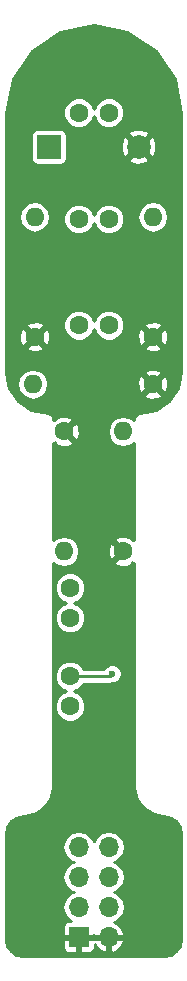
<source format=gbl>
G04 #@! TF.FileFunction,Copper,L2,Bot,Signal*
%FSLAX46Y46*%
G04 Gerber Fmt 4.6, Leading zero omitted, Abs format (unit mm)*
G04 Created by KiCad (PCBNEW 4.0.6-e0-6349~53~ubuntu16.04.1) date Tue May  9 17:32:04 2017*
%MOMM*%
%LPD*%
G01*
G04 APERTURE LIST*
%ADD10C,0.100000*%
%ADD11R,1.700000X1.700000*%
%ADD12O,1.700000X1.700000*%
%ADD13C,1.600000*%
%ADD14O,1.600000X1.600000*%
%ADD15R,2.000000X2.000000*%
%ADD16C,2.000000*%
%ADD17C,0.600000*%
%ADD18C,0.250000*%
G04 APERTURE END LIST*
D10*
D11*
X6730000Y2190000D03*
D12*
X9270000Y2190000D03*
X6730000Y4730000D03*
X9270000Y4730000D03*
X6730000Y7270000D03*
X9270000Y7270000D03*
X6730000Y9810000D03*
X9270000Y9810000D03*
D13*
X13000000Y53000000D03*
D14*
X13000000Y63160000D03*
D13*
X3000000Y53000000D03*
D14*
X3000000Y63160000D03*
D13*
X13000000Y49000000D03*
D14*
X2840000Y49000000D03*
D13*
X5500000Y45000000D03*
D14*
X5500000Y34840000D03*
D13*
X10500000Y34840000D03*
D14*
X10500000Y45000000D03*
D15*
X4200000Y69100000D03*
D16*
X11800000Y69100000D03*
D13*
X6730000Y63000000D03*
X9270000Y63000000D03*
X6730000Y54000000D03*
X9270000Y54000000D03*
X6000000Y31770000D03*
X6000000Y29230000D03*
X6000000Y24270000D03*
X6000000Y21730000D03*
X6730000Y72000000D03*
X9270000Y72000000D03*
D17*
X6250000Y48750000D03*
X10250000Y38750000D03*
X5750000Y38750000D03*
X6500000Y26500000D03*
X6500000Y13500000D03*
X10500000Y13500000D03*
X9575030Y24500000D03*
D18*
X9270000Y2190000D02*
X10472081Y2190000D01*
X10472081Y2190000D02*
X11000000Y2717919D01*
X11000000Y2717919D02*
X11000000Y13000000D01*
X11000000Y13000000D02*
X10500000Y13500000D01*
X8750000Y37250000D02*
X10250000Y38750000D01*
X8250000Y36750000D02*
X8750000Y37250000D01*
X8750000Y37250000D02*
X8750000Y46250000D01*
X8750000Y46250000D02*
X6250000Y48750000D01*
X8250000Y36000000D02*
X8250000Y36250000D01*
X8250000Y33500000D02*
X8250000Y36000000D01*
X8250000Y36000000D02*
X8250000Y36750000D01*
X8250000Y36250000D02*
X5750000Y38750000D01*
X10500000Y31250000D02*
X8250000Y33500000D01*
X10500000Y26500000D02*
X10500000Y31250000D01*
X10500000Y26500000D02*
X6500000Y26500000D01*
X10500000Y13500000D02*
X10500000Y26500000D01*
X10500000Y13500000D02*
X6500000Y13500000D01*
X6000000Y24270000D02*
X9345030Y24270000D01*
X9345030Y24270000D02*
X9575030Y24500000D01*
G36*
X10837114Y78849397D02*
X13242302Y77242302D01*
X14849397Y74837114D01*
X15425000Y71943370D01*
X15425000Y50056635D01*
X15153879Y48693619D01*
X14413875Y47586125D01*
X13306381Y46846121D01*
X11887823Y46563952D01*
X11835501Y46542279D01*
X11779957Y46531231D01*
X11732869Y46499768D01*
X11680547Y46478095D01*
X11640500Y46438048D01*
X11593414Y46406586D01*
X11561952Y46359500D01*
X11521905Y46319453D01*
X11500232Y46267131D01*
X11468769Y46220043D01*
X11457721Y46164499D01*
X11436048Y46112177D01*
X11436048Y46055542D01*
X11425000Y46000000D01*
X11425000Y45936086D01*
X11419239Y45944708D01*
X10997488Y46226512D01*
X10500000Y46325469D01*
X10002512Y46226512D01*
X9580761Y45944708D01*
X9298957Y45522957D01*
X9200000Y45025469D01*
X9200000Y44974531D01*
X9298957Y44477043D01*
X9580761Y44055292D01*
X10002512Y43773488D01*
X10500000Y43674531D01*
X10997488Y43773488D01*
X11419239Y44055292D01*
X11425000Y44063914D01*
X11425000Y35786033D01*
X11347127Y35863906D01*
X11255856Y35772635D01*
X11174492Y35981021D01*
X10686500Y36152283D01*
X10170115Y36123762D01*
X9825508Y35981021D01*
X9744143Y35772634D01*
X10500000Y35016777D01*
X10514142Y35030919D01*
X10690919Y34854142D01*
X10676777Y34840000D01*
X10690919Y34825858D01*
X10514142Y34649081D01*
X10500000Y34663223D01*
X9744143Y33907366D01*
X9825508Y33698979D01*
X10313500Y33527717D01*
X10829885Y33556238D01*
X11174492Y33698979D01*
X11255856Y33907365D01*
X11347127Y33816094D01*
X11425000Y33893967D01*
X11425000Y15000000D01*
X11436048Y14944458D01*
X11436048Y14887823D01*
X11588289Y14122457D01*
X11588289Y14122456D01*
X11674146Y13915180D01*
X12107690Y13266336D01*
X12107691Y13266333D01*
X12187012Y13187012D01*
X12266332Y13107691D01*
X12266335Y13107690D01*
X12915180Y12674146D01*
X13122456Y12588289D01*
X13887818Y12436050D01*
X13887823Y12436048D01*
X14541012Y12306121D01*
X14999662Y11999662D01*
X15306120Y11541015D01*
X15425000Y10943365D01*
X15425000Y2056635D01*
X15306120Y1458985D01*
X14999662Y1000338D01*
X14541012Y693879D01*
X13943365Y575000D01*
X2056635Y575000D01*
X1458985Y693880D01*
X1000338Y1000338D01*
X693879Y1458988D01*
X598201Y1940000D01*
X5380000Y1940000D01*
X5380000Y1240544D01*
X5456121Y1056773D01*
X5596773Y916120D01*
X5780544Y840000D01*
X6480000Y840000D01*
X6605000Y965000D01*
X6605000Y2065000D01*
X6855000Y2065000D01*
X6855000Y965000D01*
X6980000Y840000D01*
X7679456Y840000D01*
X7863227Y916120D01*
X8003879Y1056773D01*
X8080000Y1240544D01*
X8080000Y1571129D01*
X8109038Y1501020D01*
X8461072Y1109184D01*
X8936258Y881893D01*
X9145000Y970789D01*
X9145000Y2065000D01*
X9395000Y2065000D01*
X9395000Y970789D01*
X9603742Y881893D01*
X10078928Y1109184D01*
X10430962Y1501020D01*
X10578097Y1856260D01*
X10488606Y2065000D01*
X9395000Y2065000D01*
X9145000Y2065000D01*
X8051394Y2065000D01*
X8022469Y1997531D01*
X7955000Y2065000D01*
X6855000Y2065000D01*
X6605000Y2065000D01*
X5505000Y2065000D01*
X5380000Y1940000D01*
X598201Y1940000D01*
X575000Y2056635D01*
X575000Y9810000D01*
X5353552Y9810000D01*
X5456315Y9293377D01*
X5748958Y8855406D01*
X6186929Y8562763D01*
X6301366Y8540000D01*
X6186929Y8517237D01*
X5748958Y8224594D01*
X5456315Y7786623D01*
X5353552Y7270000D01*
X5456315Y6753377D01*
X5748958Y6315406D01*
X6186929Y6022763D01*
X6301366Y6000000D01*
X6186929Y5977237D01*
X5748958Y5684594D01*
X5456315Y5246623D01*
X5353552Y4730000D01*
X5456315Y4213377D01*
X5748958Y3775406D01*
X6101268Y3540000D01*
X5780544Y3540000D01*
X5596773Y3463880D01*
X5456121Y3323227D01*
X5380000Y3139456D01*
X5380000Y2440000D01*
X5505000Y2315000D01*
X6605000Y2315000D01*
X6605000Y2335000D01*
X6855000Y2335000D01*
X6855000Y2315000D01*
X7955000Y2315000D01*
X8022469Y2382469D01*
X8051394Y2315000D01*
X9145000Y2315000D01*
X9145000Y2335000D01*
X9395000Y2335000D01*
X9395000Y2315000D01*
X10488606Y2315000D01*
X10578097Y2523740D01*
X10430962Y2878980D01*
X10078928Y3270816D01*
X9687882Y3457861D01*
X9813071Y3482763D01*
X10251042Y3775406D01*
X10543685Y4213377D01*
X10646448Y4730000D01*
X10543685Y5246623D01*
X10251042Y5684594D01*
X9813071Y5977237D01*
X9698634Y6000000D01*
X9813071Y6022763D01*
X10251042Y6315406D01*
X10543685Y6753377D01*
X10646448Y7270000D01*
X10543685Y7786623D01*
X10251042Y8224594D01*
X9813071Y8517237D01*
X9698634Y8540000D01*
X9813071Y8562763D01*
X10251042Y8855406D01*
X10543685Y9293377D01*
X10646448Y9810000D01*
X10543685Y10326623D01*
X10251042Y10764594D01*
X9813071Y11057237D01*
X9296448Y11160000D01*
X9243552Y11160000D01*
X8726929Y11057237D01*
X8288958Y10764594D01*
X8000000Y10332138D01*
X7711042Y10764594D01*
X7273071Y11057237D01*
X6756448Y11160000D01*
X6703552Y11160000D01*
X6186929Y11057237D01*
X5748958Y10764594D01*
X5456315Y10326623D01*
X5353552Y9810000D01*
X575000Y9810000D01*
X575000Y10943365D01*
X693879Y11541012D01*
X1000338Y11999662D01*
X1458985Y12306120D01*
X2112177Y12436048D01*
X2877544Y12588289D01*
X3084820Y12674146D01*
X3733664Y13107690D01*
X3733667Y13107691D01*
X3812988Y13187012D01*
X3892309Y13266332D01*
X3892310Y13266335D01*
X4325854Y13915180D01*
X4411711Y14122456D01*
X4411711Y14122457D01*
X4563951Y14887823D01*
X4563951Y14944454D01*
X4575000Y15000000D01*
X4575000Y24012548D01*
X4699774Y24012548D01*
X4897271Y23534571D01*
X5262647Y23168556D01*
X5668985Y22999830D01*
X5264571Y22832729D01*
X4898556Y22467353D01*
X4700226Y21989721D01*
X4699774Y21472548D01*
X4897271Y20994571D01*
X5262647Y20628556D01*
X5740279Y20430226D01*
X6257452Y20429774D01*
X6735429Y20627271D01*
X7101444Y20992647D01*
X7299774Y21470279D01*
X7300226Y21987452D01*
X7102729Y22465429D01*
X6737353Y22831444D01*
X6331015Y23000170D01*
X6735429Y23167271D01*
X7101444Y23532647D01*
X7148097Y23645000D01*
X9345030Y23645000D01*
X9584207Y23692575D01*
X9595292Y23699982D01*
X9733462Y23699861D01*
X10027602Y23821397D01*
X10252842Y24046245D01*
X10374891Y24340172D01*
X10375169Y24658432D01*
X10253633Y24952572D01*
X10028785Y25177812D01*
X9734858Y25299861D01*
X9416598Y25300139D01*
X9122458Y25178603D01*
X8897218Y24953755D01*
X8872821Y24895000D01*
X7148358Y24895000D01*
X7102729Y25005429D01*
X6737353Y25371444D01*
X6259721Y25569774D01*
X5742548Y25570226D01*
X5264571Y25372729D01*
X4898556Y25007353D01*
X4700226Y24529721D01*
X4699774Y24012548D01*
X4575000Y24012548D01*
X4575000Y31512548D01*
X4699774Y31512548D01*
X4897271Y31034571D01*
X5262647Y30668556D01*
X5668985Y30499830D01*
X5264571Y30332729D01*
X4898556Y29967353D01*
X4700226Y29489721D01*
X4699774Y28972548D01*
X4897271Y28494571D01*
X5262647Y28128556D01*
X5740279Y27930226D01*
X6257452Y27929774D01*
X6735429Y28127271D01*
X7101444Y28492647D01*
X7299774Y28970279D01*
X7300226Y29487452D01*
X7102729Y29965429D01*
X6737353Y30331444D01*
X6331015Y30500170D01*
X6735429Y30667271D01*
X7101444Y31032647D01*
X7299774Y31510279D01*
X7300226Y32027452D01*
X7102729Y32505429D01*
X6737353Y32871444D01*
X6259721Y33069774D01*
X5742548Y33070226D01*
X5264571Y32872729D01*
X4898556Y32507353D01*
X4700226Y32029721D01*
X4699774Y31512548D01*
X4575000Y31512548D01*
X4575000Y33903914D01*
X4580761Y33895292D01*
X5002512Y33613488D01*
X5500000Y33514531D01*
X5997488Y33613488D01*
X6419239Y33895292D01*
X6701043Y34317043D01*
X6800000Y34814531D01*
X6800000Y34865469D01*
X6767969Y35026500D01*
X9187717Y35026500D01*
X9216238Y34510115D01*
X9358979Y34165508D01*
X9567366Y34084143D01*
X10323223Y34840000D01*
X9567366Y35595857D01*
X9358979Y35514492D01*
X9187717Y35026500D01*
X6767969Y35026500D01*
X6701043Y35362957D01*
X6419239Y35784708D01*
X5997488Y36066512D01*
X5500000Y36165469D01*
X5002512Y36066512D01*
X4580761Y35784708D01*
X4575000Y35776086D01*
X4575000Y44053967D01*
X4652873Y43976094D01*
X4744144Y44067365D01*
X4825508Y43858979D01*
X5313500Y43687717D01*
X5829885Y43716238D01*
X6174492Y43858979D01*
X6255857Y44067366D01*
X5500000Y44823223D01*
X5485858Y44809081D01*
X5309081Y44985858D01*
X5323223Y45000000D01*
X5676777Y45000000D01*
X6432634Y44244143D01*
X6641021Y44325508D01*
X6812283Y44813500D01*
X6783762Y45329885D01*
X6641021Y45674492D01*
X6432634Y45755857D01*
X5676777Y45000000D01*
X5323223Y45000000D01*
X5309081Y45014142D01*
X5485858Y45190919D01*
X5500000Y45176777D01*
X6255857Y45932634D01*
X6174492Y46141021D01*
X5686500Y46312283D01*
X5170115Y46283762D01*
X4825508Y46141021D01*
X4744144Y45932635D01*
X4652873Y46023906D01*
X4575000Y45946033D01*
X4575000Y46000000D01*
X4563952Y46055542D01*
X4563952Y46112177D01*
X4542279Y46164499D01*
X4531231Y46220043D01*
X4499768Y46267131D01*
X4478095Y46319453D01*
X4438048Y46359500D01*
X4406586Y46406586D01*
X4359500Y46438048D01*
X4319453Y46478095D01*
X4267131Y46499768D01*
X4220043Y46531231D01*
X4164499Y46542279D01*
X4112177Y46563952D01*
X2693619Y46846121D01*
X1586125Y47586125D01*
X846121Y48693619D01*
X785178Y49000000D01*
X1514531Y49000000D01*
X1613488Y48502512D01*
X1895292Y48080761D01*
X2317043Y47798957D01*
X2814531Y47700000D01*
X2865469Y47700000D01*
X3362957Y47798957D01*
X3764660Y48067366D01*
X12244143Y48067366D01*
X12325508Y47858979D01*
X12813500Y47687717D01*
X13329885Y47716238D01*
X13674492Y47858979D01*
X13755857Y48067366D01*
X13000000Y48823223D01*
X12244143Y48067366D01*
X3764660Y48067366D01*
X3784708Y48080761D01*
X4066512Y48502512D01*
X4165469Y49000000D01*
X4128372Y49186500D01*
X11687717Y49186500D01*
X11716238Y48670115D01*
X11858979Y48325508D01*
X12067366Y48244143D01*
X12823223Y49000000D01*
X13176777Y49000000D01*
X13932634Y48244143D01*
X14141021Y48325508D01*
X14312283Y48813500D01*
X14283762Y49329885D01*
X14141021Y49674492D01*
X13932634Y49755857D01*
X13176777Y49000000D01*
X12823223Y49000000D01*
X12067366Y49755857D01*
X11858979Y49674492D01*
X11687717Y49186500D01*
X4128372Y49186500D01*
X4066512Y49497488D01*
X3784708Y49919239D01*
X3764661Y49932634D01*
X12244143Y49932634D01*
X13000000Y49176777D01*
X13755857Y49932634D01*
X13674492Y50141021D01*
X13186500Y50312283D01*
X12670115Y50283762D01*
X12325508Y50141021D01*
X12244143Y49932634D01*
X3764661Y49932634D01*
X3362957Y50201043D01*
X2865469Y50300000D01*
X2814531Y50300000D01*
X2317043Y50201043D01*
X1895292Y49919239D01*
X1613488Y49497488D01*
X1514531Y49000000D01*
X785178Y49000000D01*
X575000Y50056635D01*
X575000Y52067366D01*
X2244143Y52067366D01*
X2325508Y51858979D01*
X2813500Y51687717D01*
X3329885Y51716238D01*
X3674492Y51858979D01*
X3755857Y52067366D01*
X12244143Y52067366D01*
X12325508Y51858979D01*
X12813500Y51687717D01*
X13329885Y51716238D01*
X13674492Y51858979D01*
X13755857Y52067366D01*
X13000000Y52823223D01*
X12244143Y52067366D01*
X3755857Y52067366D01*
X3000000Y52823223D01*
X2244143Y52067366D01*
X575000Y52067366D01*
X575000Y53186500D01*
X1687717Y53186500D01*
X1716238Y52670115D01*
X1858979Y52325508D01*
X2067366Y52244143D01*
X2823223Y53000000D01*
X3176777Y53000000D01*
X3932634Y52244143D01*
X4141021Y52325508D01*
X4312283Y52813500D01*
X4283762Y53329885D01*
X4141021Y53674492D01*
X3966721Y53742548D01*
X5429774Y53742548D01*
X5627271Y53264571D01*
X5992647Y52898556D01*
X6470279Y52700226D01*
X6987452Y52699774D01*
X7465429Y52897271D01*
X7831444Y53262647D01*
X8000170Y53668985D01*
X8167271Y53264571D01*
X8532647Y52898556D01*
X9010279Y52700226D01*
X9527452Y52699774D01*
X10005429Y52897271D01*
X10295163Y53186500D01*
X11687717Y53186500D01*
X11716238Y52670115D01*
X11858979Y52325508D01*
X12067366Y52244143D01*
X12823223Y53000000D01*
X13176777Y53000000D01*
X13932634Y52244143D01*
X14141021Y52325508D01*
X14312283Y52813500D01*
X14283762Y53329885D01*
X14141021Y53674492D01*
X13932634Y53755857D01*
X13176777Y53000000D01*
X12823223Y53000000D01*
X12067366Y53755857D01*
X11858979Y53674492D01*
X11687717Y53186500D01*
X10295163Y53186500D01*
X10371444Y53262647D01*
X10569774Y53740279D01*
X10569942Y53932634D01*
X12244143Y53932634D01*
X13000000Y53176777D01*
X13755857Y53932634D01*
X13674492Y54141021D01*
X13186500Y54312283D01*
X12670115Y54283762D01*
X12325508Y54141021D01*
X12244143Y53932634D01*
X10569942Y53932634D01*
X10570226Y54257452D01*
X10372729Y54735429D01*
X10007353Y55101444D01*
X9529721Y55299774D01*
X9012548Y55300226D01*
X8534571Y55102729D01*
X8168556Y54737353D01*
X7999830Y54331015D01*
X7832729Y54735429D01*
X7467353Y55101444D01*
X6989721Y55299774D01*
X6472548Y55300226D01*
X5994571Y55102729D01*
X5628556Y54737353D01*
X5430226Y54259721D01*
X5429774Y53742548D01*
X3966721Y53742548D01*
X3932634Y53755857D01*
X3176777Y53000000D01*
X2823223Y53000000D01*
X2067366Y53755857D01*
X1858979Y53674492D01*
X1687717Y53186500D01*
X575000Y53186500D01*
X575000Y53932634D01*
X2244143Y53932634D01*
X3000000Y53176777D01*
X3755857Y53932634D01*
X3674492Y54141021D01*
X3186500Y54312283D01*
X2670115Y54283762D01*
X2325508Y54141021D01*
X2244143Y53932634D01*
X575000Y53932634D01*
X575000Y63185469D01*
X1700000Y63185469D01*
X1700000Y63134531D01*
X1798957Y62637043D01*
X2080761Y62215292D01*
X2502512Y61933488D01*
X3000000Y61834531D01*
X3497488Y61933488D01*
X3919239Y62215292D01*
X4201043Y62637043D01*
X4222029Y62742548D01*
X5429774Y62742548D01*
X5627271Y62264571D01*
X5992647Y61898556D01*
X6470279Y61700226D01*
X6987452Y61699774D01*
X7465429Y61897271D01*
X7831444Y62262647D01*
X8000170Y62668985D01*
X8167271Y62264571D01*
X8532647Y61898556D01*
X9010279Y61700226D01*
X9527452Y61699774D01*
X10005429Y61897271D01*
X10371444Y62262647D01*
X10569774Y62740279D01*
X10570163Y63185469D01*
X11700000Y63185469D01*
X11700000Y63134531D01*
X11798957Y62637043D01*
X12080761Y62215292D01*
X12502512Y61933488D01*
X13000000Y61834531D01*
X13497488Y61933488D01*
X13919239Y62215292D01*
X14201043Y62637043D01*
X14300000Y63134531D01*
X14300000Y63185469D01*
X14201043Y63682957D01*
X13919239Y64104708D01*
X13497488Y64386512D01*
X13000000Y64485469D01*
X12502512Y64386512D01*
X12080761Y64104708D01*
X11798957Y63682957D01*
X11700000Y63185469D01*
X10570163Y63185469D01*
X10570226Y63257452D01*
X10372729Y63735429D01*
X10007353Y64101444D01*
X9529721Y64299774D01*
X9012548Y64300226D01*
X8534571Y64102729D01*
X8168556Y63737353D01*
X7999830Y63331015D01*
X7832729Y63735429D01*
X7467353Y64101444D01*
X6989721Y64299774D01*
X6472548Y64300226D01*
X5994571Y64102729D01*
X5628556Y63737353D01*
X5430226Y63259721D01*
X5429774Y62742548D01*
X4222029Y62742548D01*
X4300000Y63134531D01*
X4300000Y63185469D01*
X4201043Y63682957D01*
X3919239Y64104708D01*
X3497488Y64386512D01*
X3000000Y64485469D01*
X2502512Y64386512D01*
X2080761Y64104708D01*
X1798957Y63682957D01*
X1700000Y63185469D01*
X575000Y63185469D01*
X575000Y70100000D01*
X2690205Y70100000D01*
X2690205Y68100000D01*
X2725069Y67914711D01*
X2834575Y67744535D01*
X3001661Y67630370D01*
X3200000Y67590205D01*
X5200000Y67590205D01*
X5385289Y67625069D01*
X5555465Y67734575D01*
X5669630Y67901661D01*
X5694100Y68022501D01*
X10899278Y68022501D01*
X11005184Y67793367D01*
X11565712Y67588666D01*
X12161909Y67614052D01*
X12594816Y67793367D01*
X12700722Y68022501D01*
X11800000Y68923223D01*
X10899278Y68022501D01*
X5694100Y68022501D01*
X5709795Y68100000D01*
X5709795Y69334288D01*
X10288666Y69334288D01*
X10314052Y68738091D01*
X10493367Y68305184D01*
X10722501Y68199278D01*
X11623223Y69100000D01*
X11976777Y69100000D01*
X12877499Y68199278D01*
X13106633Y68305184D01*
X13311334Y68865712D01*
X13285948Y69461909D01*
X13106633Y69894816D01*
X12877499Y70000722D01*
X11976777Y69100000D01*
X11623223Y69100000D01*
X10722501Y70000722D01*
X10493367Y69894816D01*
X10288666Y69334288D01*
X5709795Y69334288D01*
X5709795Y70100000D01*
X5695213Y70177499D01*
X10899278Y70177499D01*
X11800000Y69276777D01*
X12700722Y70177499D01*
X12594816Y70406633D01*
X12034288Y70611334D01*
X11438091Y70585948D01*
X11005184Y70406633D01*
X10899278Y70177499D01*
X5695213Y70177499D01*
X5674931Y70285289D01*
X5565425Y70455465D01*
X5398339Y70569630D01*
X5200000Y70609795D01*
X3200000Y70609795D01*
X3014711Y70574931D01*
X2844535Y70465425D01*
X2730370Y70298339D01*
X2690205Y70100000D01*
X575000Y70100000D01*
X575000Y71742548D01*
X5429774Y71742548D01*
X5627271Y71264571D01*
X5992647Y70898556D01*
X6470279Y70700226D01*
X6987452Y70699774D01*
X7465429Y70897271D01*
X7831444Y71262647D01*
X8000170Y71668985D01*
X8167271Y71264571D01*
X8532647Y70898556D01*
X9010279Y70700226D01*
X9527452Y70699774D01*
X10005429Y70897271D01*
X10371444Y71262647D01*
X10569774Y71740279D01*
X10570226Y72257452D01*
X10372729Y72735429D01*
X10007353Y73101444D01*
X9529721Y73299774D01*
X9012548Y73300226D01*
X8534571Y73102729D01*
X8168556Y72737353D01*
X7999830Y72331015D01*
X7832729Y72735429D01*
X7467353Y73101444D01*
X6989721Y73299774D01*
X6472548Y73300226D01*
X5994571Y73102729D01*
X5628556Y72737353D01*
X5430226Y72259721D01*
X5429774Y71742548D01*
X575000Y71742548D01*
X575000Y71943365D01*
X1150603Y74837114D01*
X2757698Y77242302D01*
X5162886Y78849397D01*
X7999998Y79413735D01*
X10837114Y78849397D01*
X10837114Y78849397D01*
G37*
X10837114Y78849397D02*
X13242302Y77242302D01*
X14849397Y74837114D01*
X15425000Y71943370D01*
X15425000Y50056635D01*
X15153879Y48693619D01*
X14413875Y47586125D01*
X13306381Y46846121D01*
X11887823Y46563952D01*
X11835501Y46542279D01*
X11779957Y46531231D01*
X11732869Y46499768D01*
X11680547Y46478095D01*
X11640500Y46438048D01*
X11593414Y46406586D01*
X11561952Y46359500D01*
X11521905Y46319453D01*
X11500232Y46267131D01*
X11468769Y46220043D01*
X11457721Y46164499D01*
X11436048Y46112177D01*
X11436048Y46055542D01*
X11425000Y46000000D01*
X11425000Y45936086D01*
X11419239Y45944708D01*
X10997488Y46226512D01*
X10500000Y46325469D01*
X10002512Y46226512D01*
X9580761Y45944708D01*
X9298957Y45522957D01*
X9200000Y45025469D01*
X9200000Y44974531D01*
X9298957Y44477043D01*
X9580761Y44055292D01*
X10002512Y43773488D01*
X10500000Y43674531D01*
X10997488Y43773488D01*
X11419239Y44055292D01*
X11425000Y44063914D01*
X11425000Y35786033D01*
X11347127Y35863906D01*
X11255856Y35772635D01*
X11174492Y35981021D01*
X10686500Y36152283D01*
X10170115Y36123762D01*
X9825508Y35981021D01*
X9744143Y35772634D01*
X10500000Y35016777D01*
X10514142Y35030919D01*
X10690919Y34854142D01*
X10676777Y34840000D01*
X10690919Y34825858D01*
X10514142Y34649081D01*
X10500000Y34663223D01*
X9744143Y33907366D01*
X9825508Y33698979D01*
X10313500Y33527717D01*
X10829885Y33556238D01*
X11174492Y33698979D01*
X11255856Y33907365D01*
X11347127Y33816094D01*
X11425000Y33893967D01*
X11425000Y15000000D01*
X11436048Y14944458D01*
X11436048Y14887823D01*
X11588289Y14122457D01*
X11588289Y14122456D01*
X11674146Y13915180D01*
X12107690Y13266336D01*
X12107691Y13266333D01*
X12187012Y13187012D01*
X12266332Y13107691D01*
X12266335Y13107690D01*
X12915180Y12674146D01*
X13122456Y12588289D01*
X13887818Y12436050D01*
X13887823Y12436048D01*
X14541012Y12306121D01*
X14999662Y11999662D01*
X15306120Y11541015D01*
X15425000Y10943365D01*
X15425000Y2056635D01*
X15306120Y1458985D01*
X14999662Y1000338D01*
X14541012Y693879D01*
X13943365Y575000D01*
X2056635Y575000D01*
X1458985Y693880D01*
X1000338Y1000338D01*
X693879Y1458988D01*
X598201Y1940000D01*
X5380000Y1940000D01*
X5380000Y1240544D01*
X5456121Y1056773D01*
X5596773Y916120D01*
X5780544Y840000D01*
X6480000Y840000D01*
X6605000Y965000D01*
X6605000Y2065000D01*
X6855000Y2065000D01*
X6855000Y965000D01*
X6980000Y840000D01*
X7679456Y840000D01*
X7863227Y916120D01*
X8003879Y1056773D01*
X8080000Y1240544D01*
X8080000Y1571129D01*
X8109038Y1501020D01*
X8461072Y1109184D01*
X8936258Y881893D01*
X9145000Y970789D01*
X9145000Y2065000D01*
X9395000Y2065000D01*
X9395000Y970789D01*
X9603742Y881893D01*
X10078928Y1109184D01*
X10430962Y1501020D01*
X10578097Y1856260D01*
X10488606Y2065000D01*
X9395000Y2065000D01*
X9145000Y2065000D01*
X8051394Y2065000D01*
X8022469Y1997531D01*
X7955000Y2065000D01*
X6855000Y2065000D01*
X6605000Y2065000D01*
X5505000Y2065000D01*
X5380000Y1940000D01*
X598201Y1940000D01*
X575000Y2056635D01*
X575000Y9810000D01*
X5353552Y9810000D01*
X5456315Y9293377D01*
X5748958Y8855406D01*
X6186929Y8562763D01*
X6301366Y8540000D01*
X6186929Y8517237D01*
X5748958Y8224594D01*
X5456315Y7786623D01*
X5353552Y7270000D01*
X5456315Y6753377D01*
X5748958Y6315406D01*
X6186929Y6022763D01*
X6301366Y6000000D01*
X6186929Y5977237D01*
X5748958Y5684594D01*
X5456315Y5246623D01*
X5353552Y4730000D01*
X5456315Y4213377D01*
X5748958Y3775406D01*
X6101268Y3540000D01*
X5780544Y3540000D01*
X5596773Y3463880D01*
X5456121Y3323227D01*
X5380000Y3139456D01*
X5380000Y2440000D01*
X5505000Y2315000D01*
X6605000Y2315000D01*
X6605000Y2335000D01*
X6855000Y2335000D01*
X6855000Y2315000D01*
X7955000Y2315000D01*
X8022469Y2382469D01*
X8051394Y2315000D01*
X9145000Y2315000D01*
X9145000Y2335000D01*
X9395000Y2335000D01*
X9395000Y2315000D01*
X10488606Y2315000D01*
X10578097Y2523740D01*
X10430962Y2878980D01*
X10078928Y3270816D01*
X9687882Y3457861D01*
X9813071Y3482763D01*
X10251042Y3775406D01*
X10543685Y4213377D01*
X10646448Y4730000D01*
X10543685Y5246623D01*
X10251042Y5684594D01*
X9813071Y5977237D01*
X9698634Y6000000D01*
X9813071Y6022763D01*
X10251042Y6315406D01*
X10543685Y6753377D01*
X10646448Y7270000D01*
X10543685Y7786623D01*
X10251042Y8224594D01*
X9813071Y8517237D01*
X9698634Y8540000D01*
X9813071Y8562763D01*
X10251042Y8855406D01*
X10543685Y9293377D01*
X10646448Y9810000D01*
X10543685Y10326623D01*
X10251042Y10764594D01*
X9813071Y11057237D01*
X9296448Y11160000D01*
X9243552Y11160000D01*
X8726929Y11057237D01*
X8288958Y10764594D01*
X8000000Y10332138D01*
X7711042Y10764594D01*
X7273071Y11057237D01*
X6756448Y11160000D01*
X6703552Y11160000D01*
X6186929Y11057237D01*
X5748958Y10764594D01*
X5456315Y10326623D01*
X5353552Y9810000D01*
X575000Y9810000D01*
X575000Y10943365D01*
X693879Y11541012D01*
X1000338Y11999662D01*
X1458985Y12306120D01*
X2112177Y12436048D01*
X2877544Y12588289D01*
X3084820Y12674146D01*
X3733664Y13107690D01*
X3733667Y13107691D01*
X3812988Y13187012D01*
X3892309Y13266332D01*
X3892310Y13266335D01*
X4325854Y13915180D01*
X4411711Y14122456D01*
X4411711Y14122457D01*
X4563951Y14887823D01*
X4563951Y14944454D01*
X4575000Y15000000D01*
X4575000Y24012548D01*
X4699774Y24012548D01*
X4897271Y23534571D01*
X5262647Y23168556D01*
X5668985Y22999830D01*
X5264571Y22832729D01*
X4898556Y22467353D01*
X4700226Y21989721D01*
X4699774Y21472548D01*
X4897271Y20994571D01*
X5262647Y20628556D01*
X5740279Y20430226D01*
X6257452Y20429774D01*
X6735429Y20627271D01*
X7101444Y20992647D01*
X7299774Y21470279D01*
X7300226Y21987452D01*
X7102729Y22465429D01*
X6737353Y22831444D01*
X6331015Y23000170D01*
X6735429Y23167271D01*
X7101444Y23532647D01*
X7148097Y23645000D01*
X9345030Y23645000D01*
X9584207Y23692575D01*
X9595292Y23699982D01*
X9733462Y23699861D01*
X10027602Y23821397D01*
X10252842Y24046245D01*
X10374891Y24340172D01*
X10375169Y24658432D01*
X10253633Y24952572D01*
X10028785Y25177812D01*
X9734858Y25299861D01*
X9416598Y25300139D01*
X9122458Y25178603D01*
X8897218Y24953755D01*
X8872821Y24895000D01*
X7148358Y24895000D01*
X7102729Y25005429D01*
X6737353Y25371444D01*
X6259721Y25569774D01*
X5742548Y25570226D01*
X5264571Y25372729D01*
X4898556Y25007353D01*
X4700226Y24529721D01*
X4699774Y24012548D01*
X4575000Y24012548D01*
X4575000Y31512548D01*
X4699774Y31512548D01*
X4897271Y31034571D01*
X5262647Y30668556D01*
X5668985Y30499830D01*
X5264571Y30332729D01*
X4898556Y29967353D01*
X4700226Y29489721D01*
X4699774Y28972548D01*
X4897271Y28494571D01*
X5262647Y28128556D01*
X5740279Y27930226D01*
X6257452Y27929774D01*
X6735429Y28127271D01*
X7101444Y28492647D01*
X7299774Y28970279D01*
X7300226Y29487452D01*
X7102729Y29965429D01*
X6737353Y30331444D01*
X6331015Y30500170D01*
X6735429Y30667271D01*
X7101444Y31032647D01*
X7299774Y31510279D01*
X7300226Y32027452D01*
X7102729Y32505429D01*
X6737353Y32871444D01*
X6259721Y33069774D01*
X5742548Y33070226D01*
X5264571Y32872729D01*
X4898556Y32507353D01*
X4700226Y32029721D01*
X4699774Y31512548D01*
X4575000Y31512548D01*
X4575000Y33903914D01*
X4580761Y33895292D01*
X5002512Y33613488D01*
X5500000Y33514531D01*
X5997488Y33613488D01*
X6419239Y33895292D01*
X6701043Y34317043D01*
X6800000Y34814531D01*
X6800000Y34865469D01*
X6767969Y35026500D01*
X9187717Y35026500D01*
X9216238Y34510115D01*
X9358979Y34165508D01*
X9567366Y34084143D01*
X10323223Y34840000D01*
X9567366Y35595857D01*
X9358979Y35514492D01*
X9187717Y35026500D01*
X6767969Y35026500D01*
X6701043Y35362957D01*
X6419239Y35784708D01*
X5997488Y36066512D01*
X5500000Y36165469D01*
X5002512Y36066512D01*
X4580761Y35784708D01*
X4575000Y35776086D01*
X4575000Y44053967D01*
X4652873Y43976094D01*
X4744144Y44067365D01*
X4825508Y43858979D01*
X5313500Y43687717D01*
X5829885Y43716238D01*
X6174492Y43858979D01*
X6255857Y44067366D01*
X5500000Y44823223D01*
X5485858Y44809081D01*
X5309081Y44985858D01*
X5323223Y45000000D01*
X5676777Y45000000D01*
X6432634Y44244143D01*
X6641021Y44325508D01*
X6812283Y44813500D01*
X6783762Y45329885D01*
X6641021Y45674492D01*
X6432634Y45755857D01*
X5676777Y45000000D01*
X5323223Y45000000D01*
X5309081Y45014142D01*
X5485858Y45190919D01*
X5500000Y45176777D01*
X6255857Y45932634D01*
X6174492Y46141021D01*
X5686500Y46312283D01*
X5170115Y46283762D01*
X4825508Y46141021D01*
X4744144Y45932635D01*
X4652873Y46023906D01*
X4575000Y45946033D01*
X4575000Y46000000D01*
X4563952Y46055542D01*
X4563952Y46112177D01*
X4542279Y46164499D01*
X4531231Y46220043D01*
X4499768Y46267131D01*
X4478095Y46319453D01*
X4438048Y46359500D01*
X4406586Y46406586D01*
X4359500Y46438048D01*
X4319453Y46478095D01*
X4267131Y46499768D01*
X4220043Y46531231D01*
X4164499Y46542279D01*
X4112177Y46563952D01*
X2693619Y46846121D01*
X1586125Y47586125D01*
X846121Y48693619D01*
X785178Y49000000D01*
X1514531Y49000000D01*
X1613488Y48502512D01*
X1895292Y48080761D01*
X2317043Y47798957D01*
X2814531Y47700000D01*
X2865469Y47700000D01*
X3362957Y47798957D01*
X3764660Y48067366D01*
X12244143Y48067366D01*
X12325508Y47858979D01*
X12813500Y47687717D01*
X13329885Y47716238D01*
X13674492Y47858979D01*
X13755857Y48067366D01*
X13000000Y48823223D01*
X12244143Y48067366D01*
X3764660Y48067366D01*
X3784708Y48080761D01*
X4066512Y48502512D01*
X4165469Y49000000D01*
X4128372Y49186500D01*
X11687717Y49186500D01*
X11716238Y48670115D01*
X11858979Y48325508D01*
X12067366Y48244143D01*
X12823223Y49000000D01*
X13176777Y49000000D01*
X13932634Y48244143D01*
X14141021Y48325508D01*
X14312283Y48813500D01*
X14283762Y49329885D01*
X14141021Y49674492D01*
X13932634Y49755857D01*
X13176777Y49000000D01*
X12823223Y49000000D01*
X12067366Y49755857D01*
X11858979Y49674492D01*
X11687717Y49186500D01*
X4128372Y49186500D01*
X4066512Y49497488D01*
X3784708Y49919239D01*
X3764661Y49932634D01*
X12244143Y49932634D01*
X13000000Y49176777D01*
X13755857Y49932634D01*
X13674492Y50141021D01*
X13186500Y50312283D01*
X12670115Y50283762D01*
X12325508Y50141021D01*
X12244143Y49932634D01*
X3764661Y49932634D01*
X3362957Y50201043D01*
X2865469Y50300000D01*
X2814531Y50300000D01*
X2317043Y50201043D01*
X1895292Y49919239D01*
X1613488Y49497488D01*
X1514531Y49000000D01*
X785178Y49000000D01*
X575000Y50056635D01*
X575000Y52067366D01*
X2244143Y52067366D01*
X2325508Y51858979D01*
X2813500Y51687717D01*
X3329885Y51716238D01*
X3674492Y51858979D01*
X3755857Y52067366D01*
X12244143Y52067366D01*
X12325508Y51858979D01*
X12813500Y51687717D01*
X13329885Y51716238D01*
X13674492Y51858979D01*
X13755857Y52067366D01*
X13000000Y52823223D01*
X12244143Y52067366D01*
X3755857Y52067366D01*
X3000000Y52823223D01*
X2244143Y52067366D01*
X575000Y52067366D01*
X575000Y53186500D01*
X1687717Y53186500D01*
X1716238Y52670115D01*
X1858979Y52325508D01*
X2067366Y52244143D01*
X2823223Y53000000D01*
X3176777Y53000000D01*
X3932634Y52244143D01*
X4141021Y52325508D01*
X4312283Y52813500D01*
X4283762Y53329885D01*
X4141021Y53674492D01*
X3966721Y53742548D01*
X5429774Y53742548D01*
X5627271Y53264571D01*
X5992647Y52898556D01*
X6470279Y52700226D01*
X6987452Y52699774D01*
X7465429Y52897271D01*
X7831444Y53262647D01*
X8000170Y53668985D01*
X8167271Y53264571D01*
X8532647Y52898556D01*
X9010279Y52700226D01*
X9527452Y52699774D01*
X10005429Y52897271D01*
X10295163Y53186500D01*
X11687717Y53186500D01*
X11716238Y52670115D01*
X11858979Y52325508D01*
X12067366Y52244143D01*
X12823223Y53000000D01*
X13176777Y53000000D01*
X13932634Y52244143D01*
X14141021Y52325508D01*
X14312283Y52813500D01*
X14283762Y53329885D01*
X14141021Y53674492D01*
X13932634Y53755857D01*
X13176777Y53000000D01*
X12823223Y53000000D01*
X12067366Y53755857D01*
X11858979Y53674492D01*
X11687717Y53186500D01*
X10295163Y53186500D01*
X10371444Y53262647D01*
X10569774Y53740279D01*
X10569942Y53932634D01*
X12244143Y53932634D01*
X13000000Y53176777D01*
X13755857Y53932634D01*
X13674492Y54141021D01*
X13186500Y54312283D01*
X12670115Y54283762D01*
X12325508Y54141021D01*
X12244143Y53932634D01*
X10569942Y53932634D01*
X10570226Y54257452D01*
X10372729Y54735429D01*
X10007353Y55101444D01*
X9529721Y55299774D01*
X9012548Y55300226D01*
X8534571Y55102729D01*
X8168556Y54737353D01*
X7999830Y54331015D01*
X7832729Y54735429D01*
X7467353Y55101444D01*
X6989721Y55299774D01*
X6472548Y55300226D01*
X5994571Y55102729D01*
X5628556Y54737353D01*
X5430226Y54259721D01*
X5429774Y53742548D01*
X3966721Y53742548D01*
X3932634Y53755857D01*
X3176777Y53000000D01*
X2823223Y53000000D01*
X2067366Y53755857D01*
X1858979Y53674492D01*
X1687717Y53186500D01*
X575000Y53186500D01*
X575000Y53932634D01*
X2244143Y53932634D01*
X3000000Y53176777D01*
X3755857Y53932634D01*
X3674492Y54141021D01*
X3186500Y54312283D01*
X2670115Y54283762D01*
X2325508Y54141021D01*
X2244143Y53932634D01*
X575000Y53932634D01*
X575000Y63185469D01*
X1700000Y63185469D01*
X1700000Y63134531D01*
X1798957Y62637043D01*
X2080761Y62215292D01*
X2502512Y61933488D01*
X3000000Y61834531D01*
X3497488Y61933488D01*
X3919239Y62215292D01*
X4201043Y62637043D01*
X4222029Y62742548D01*
X5429774Y62742548D01*
X5627271Y62264571D01*
X5992647Y61898556D01*
X6470279Y61700226D01*
X6987452Y61699774D01*
X7465429Y61897271D01*
X7831444Y62262647D01*
X8000170Y62668985D01*
X8167271Y62264571D01*
X8532647Y61898556D01*
X9010279Y61700226D01*
X9527452Y61699774D01*
X10005429Y61897271D01*
X10371444Y62262647D01*
X10569774Y62740279D01*
X10570163Y63185469D01*
X11700000Y63185469D01*
X11700000Y63134531D01*
X11798957Y62637043D01*
X12080761Y62215292D01*
X12502512Y61933488D01*
X13000000Y61834531D01*
X13497488Y61933488D01*
X13919239Y62215292D01*
X14201043Y62637043D01*
X14300000Y63134531D01*
X14300000Y63185469D01*
X14201043Y63682957D01*
X13919239Y64104708D01*
X13497488Y64386512D01*
X13000000Y64485469D01*
X12502512Y64386512D01*
X12080761Y64104708D01*
X11798957Y63682957D01*
X11700000Y63185469D01*
X10570163Y63185469D01*
X10570226Y63257452D01*
X10372729Y63735429D01*
X10007353Y64101444D01*
X9529721Y64299774D01*
X9012548Y64300226D01*
X8534571Y64102729D01*
X8168556Y63737353D01*
X7999830Y63331015D01*
X7832729Y63735429D01*
X7467353Y64101444D01*
X6989721Y64299774D01*
X6472548Y64300226D01*
X5994571Y64102729D01*
X5628556Y63737353D01*
X5430226Y63259721D01*
X5429774Y62742548D01*
X4222029Y62742548D01*
X4300000Y63134531D01*
X4300000Y63185469D01*
X4201043Y63682957D01*
X3919239Y64104708D01*
X3497488Y64386512D01*
X3000000Y64485469D01*
X2502512Y64386512D01*
X2080761Y64104708D01*
X1798957Y63682957D01*
X1700000Y63185469D01*
X575000Y63185469D01*
X575000Y70100000D01*
X2690205Y70100000D01*
X2690205Y68100000D01*
X2725069Y67914711D01*
X2834575Y67744535D01*
X3001661Y67630370D01*
X3200000Y67590205D01*
X5200000Y67590205D01*
X5385289Y67625069D01*
X5555465Y67734575D01*
X5669630Y67901661D01*
X5694100Y68022501D01*
X10899278Y68022501D01*
X11005184Y67793367D01*
X11565712Y67588666D01*
X12161909Y67614052D01*
X12594816Y67793367D01*
X12700722Y68022501D01*
X11800000Y68923223D01*
X10899278Y68022501D01*
X5694100Y68022501D01*
X5709795Y68100000D01*
X5709795Y69334288D01*
X10288666Y69334288D01*
X10314052Y68738091D01*
X10493367Y68305184D01*
X10722501Y68199278D01*
X11623223Y69100000D01*
X11976777Y69100000D01*
X12877499Y68199278D01*
X13106633Y68305184D01*
X13311334Y68865712D01*
X13285948Y69461909D01*
X13106633Y69894816D01*
X12877499Y70000722D01*
X11976777Y69100000D01*
X11623223Y69100000D01*
X10722501Y70000722D01*
X10493367Y69894816D01*
X10288666Y69334288D01*
X5709795Y69334288D01*
X5709795Y70100000D01*
X5695213Y70177499D01*
X10899278Y70177499D01*
X11800000Y69276777D01*
X12700722Y70177499D01*
X12594816Y70406633D01*
X12034288Y70611334D01*
X11438091Y70585948D01*
X11005184Y70406633D01*
X10899278Y70177499D01*
X5695213Y70177499D01*
X5674931Y70285289D01*
X5565425Y70455465D01*
X5398339Y70569630D01*
X5200000Y70609795D01*
X3200000Y70609795D01*
X3014711Y70574931D01*
X2844535Y70465425D01*
X2730370Y70298339D01*
X2690205Y70100000D01*
X575000Y70100000D01*
X575000Y71742548D01*
X5429774Y71742548D01*
X5627271Y71264571D01*
X5992647Y70898556D01*
X6470279Y70700226D01*
X6987452Y70699774D01*
X7465429Y70897271D01*
X7831444Y71262647D01*
X8000170Y71668985D01*
X8167271Y71264571D01*
X8532647Y70898556D01*
X9010279Y70700226D01*
X9527452Y70699774D01*
X10005429Y70897271D01*
X10371444Y71262647D01*
X10569774Y71740279D01*
X10570226Y72257452D01*
X10372729Y72735429D01*
X10007353Y73101444D01*
X9529721Y73299774D01*
X9012548Y73300226D01*
X8534571Y73102729D01*
X8168556Y72737353D01*
X7999830Y72331015D01*
X7832729Y72735429D01*
X7467353Y73101444D01*
X6989721Y73299774D01*
X6472548Y73300226D01*
X5994571Y73102729D01*
X5628556Y72737353D01*
X5430226Y72259721D01*
X5429774Y71742548D01*
X575000Y71742548D01*
X575000Y71943365D01*
X1150603Y74837114D01*
X2757698Y77242302D01*
X5162886Y78849397D01*
X7999998Y79413735D01*
X10837114Y78849397D01*
M02*

</source>
